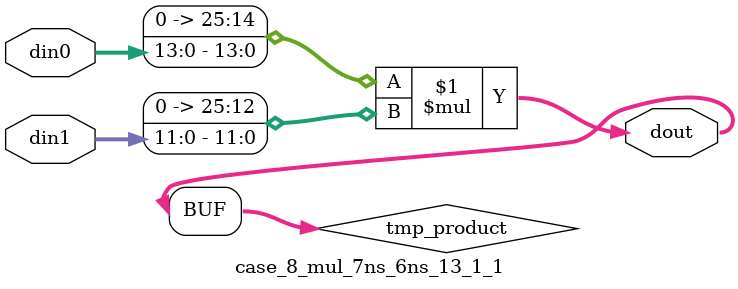
<source format=v>

`timescale 1 ns / 1 ps

 (* use_dsp = "no" *)  module case_8_mul_7ns_6ns_13_1_1(din0, din1, dout);
parameter ID = 1;
parameter NUM_STAGE = 0;
parameter din0_WIDTH = 14;
parameter din1_WIDTH = 12;
parameter dout_WIDTH = 26;

input [din0_WIDTH - 1 : 0] din0; 
input [din1_WIDTH - 1 : 0] din1; 
output [dout_WIDTH - 1 : 0] dout;

wire signed [dout_WIDTH - 1 : 0] tmp_product;
























assign tmp_product = $signed({1'b0, din0}) * $signed({1'b0, din1});











assign dout = tmp_product;





















endmodule

</source>
